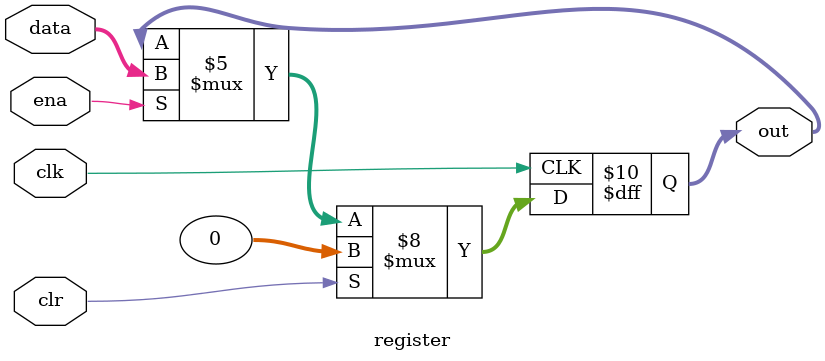
<source format=v>
module register#(parameter width=32)(ena,clk,data,clr,out);
input ena;
input clk;
input[width-1:0] data;
input clr;
output reg[width-1:0] out=0;
always@(posedge clk)
begin
    if(clr==1'b1)
        out<=0;
    else if(ena==1'b1)
        out<=data;
end
endmodule
</source>
